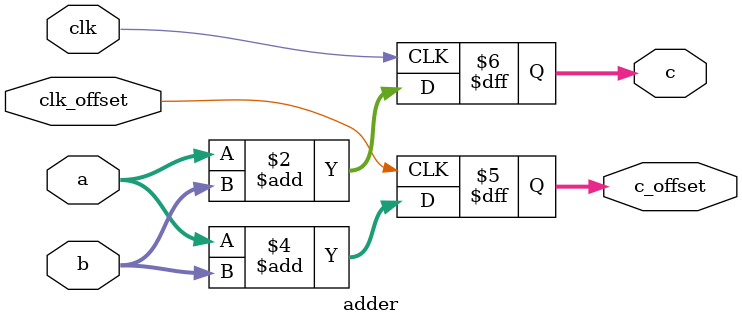
<source format=sv>
module adder(
        input logic clk,
        input logic clk_offset,
        input logic [7:0] a,
        input logic [7:0] b,
        output logic [8:0] c,
        output logic [8:0] c_offset
);

always_ff @(posedge clk) begin
    c <= a + b;
end

always_ff @(posedge clk_offset) begin
    c_offset <= a + b;
end

endmodule
</source>
